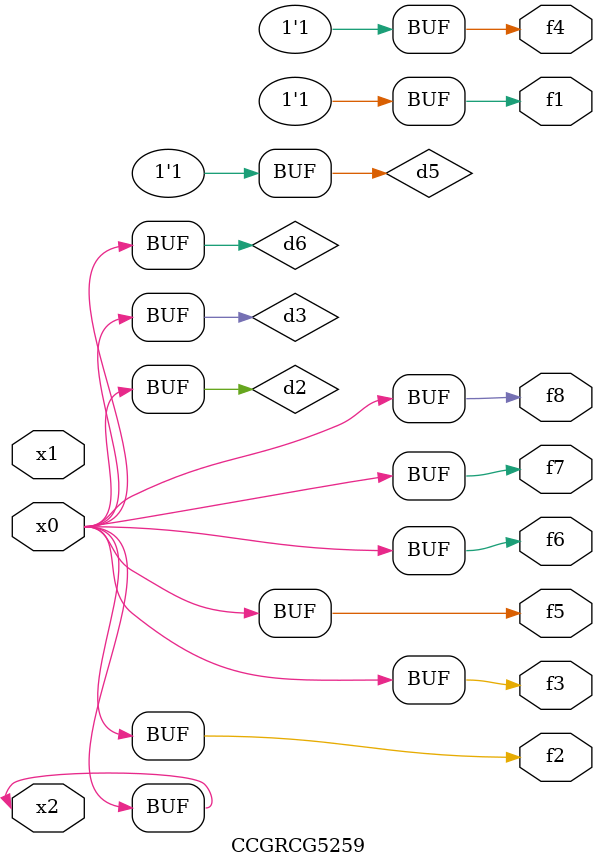
<source format=v>
module CCGRCG5259(
	input x0, x1, x2,
	output f1, f2, f3, f4, f5, f6, f7, f8
);

	wire d1, d2, d3, d4, d5, d6;

	xnor (d1, x2);
	buf (d2, x0, x2);
	and (d3, x0);
	xnor (d4, x1, x2);
	nand (d5, d1, d3);
	buf (d6, d2, d3);
	assign f1 = d5;
	assign f2 = d6;
	assign f3 = d6;
	assign f4 = d5;
	assign f5 = d6;
	assign f6 = d6;
	assign f7 = d6;
	assign f8 = d6;
endmodule

</source>
